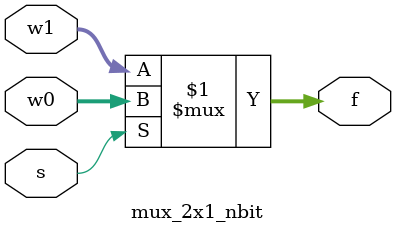
<source format=v>
`timescale 1ns / 1ps


module mux_2x1_nbit
    #(parameter N = 3)(
    input [N - 1: 0] w0, w1,
    input s,
    output [N - 1: 0] f
    );
    
    assign f = s ? w0 : w1;
endmodule

</source>
